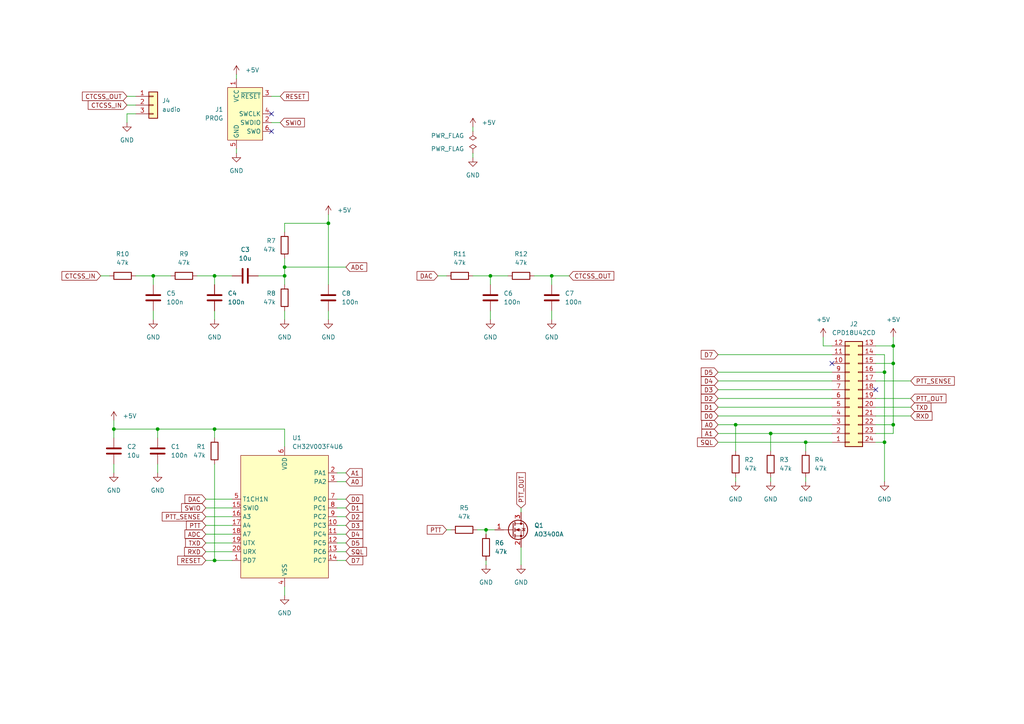
<source format=kicad_sch>
(kicad_sch (version 20230121) (generator eeschema)
  (paper "A4")
  (title_block (title "Bosch KF164 PLL EPROM Replacement") (date "2023-11-17") (rev "2") (company "CommSplice.com") (comment 1 "Robin Olejnik"))
  (lib_symbols
    (symbol "Connector:Conn_ARM_SWD_TagConnect_TC2030-NL" (in_bom no)
      (property "Reference" "J" (at 2.54 11.43 0))
      (property "Value" "Conn_ARM_SWD_TagConnect_TC2030-NL" (at 2.54 8.89 0))
      (symbol "Conn_ARM_SWD_TagConnect_TC2030-NL_0_0"
        (pin power_in line (at -2.54 10.16 270) (length 2.54) (name "VCC") (number "1"))
        (pin bidirectional line (at 7.62 -2.54 180) (length 2.54) (name "SWDIO") (number "2"))
        (pin open_collector line (at 7.62 5.08 180) (length 2.54) (name "~{RESET}") (number "3"))
        (pin output line (at 7.62 0 180) (length 2.54) (name "SWCLK") (number "4"))
        (pin power_in line (at -2.54 -10.16 90) (length 2.54) (name "GND") (number "5"))
        (pin input line (at 7.62 -5.08 180) (length 2.54) (name "SWO") (number "6"))
      )
      (symbol "Conn_ARM_SWD_TagConnect_TC2030-NL_0_1"
        (rectangle (start -5.08 7.62) (end 5.08 -7.62) (fill (type background)))
      )
    )
    (symbol "Connector_Generic:Conn_01x03" (pin_names (offset 1.016) hide)
      (property "Reference" "J" (at 0 5.08 0))
      (property "Value" "Conn_01x03" (at 0 -5.08 0))
      (symbol "Conn_01x03_1_1"
        (rectangle (start -1.27 -2.413) (end 0 -2.667) (stroke (width 0.1524)))
        (rectangle (start -1.27 0.127) (end 0 -0.127) (stroke (width 0.1524)))
        (rectangle (start -1.27 2.667) (end 0 2.413) (stroke (width 0.1524)))
        (rectangle (start -1.27 3.81) (end 1.27 -3.81) (stroke (width 0.254)) (fill (type background)))
        (pin passive line (at -5.08 2.54 0) (length 3.81) (name "Pin_1") (number "1"))
        (pin passive line (at -5.08 0 0) (length 3.81) (name "Pin_2") (number "2"))
        (pin passive line (at -5.08 -2.54 0) (length 3.81) (name "Pin_3") (number "3"))
      )
    )
    (symbol "Connector_Generic:Conn_02x12_Counter_Clockwise" (pin_names (offset 1.016) hide)
      (property "Reference" "J" (at 1.27 15.24 0))
      (property "Value" "Conn_02x12_Counter_Clockwise" (at 1.27 -17.78 0))
      (symbol "Conn_02x12_Counter_Clockwise_1_1"
        (rectangle (start -1.27 -15.113) (end 0 -15.367) (stroke (width 0.1524)))
        (rectangle (start -1.27 -12.573) (end 0 -12.827) (stroke (width 0.1524)))
        (rectangle (start -1.27 -10.033) (end 0 -10.287) (stroke (width 0.1524)))
        (rectangle (start -1.27 -7.493) (end 0 -7.747) (stroke (width 0.1524)))
        (rectangle (start -1.27 -4.953) (end 0 -5.207) (stroke (width 0.1524)))
        (rectangle (start -1.27 -2.413) (end 0 -2.667) (stroke (width 0.1524)))
        (rectangle (start -1.27 0.127) (end 0 -0.127) (stroke (width 0.1524)))
        (rectangle (start -1.27 2.667) (end 0 2.413) (stroke (width 0.1524)))
        (rectangle (start -1.27 5.207) (end 0 4.953) (stroke (width 0.1524)))
        (rectangle (start -1.27 7.747) (end 0 7.493) (stroke (width 0.1524)))
        (rectangle (start -1.27 10.287) (end 0 10.033) (stroke (width 0.1524)))
        (rectangle (start -1.27 12.827) (end 0 12.573) (stroke (width 0.1524)))
        (rectangle (start -1.27 13.97) (end 3.81 -16.51) (stroke (width 0.254)) (fill (type background)))
        (rectangle (start 3.81 -15.113) (end 2.54 -15.367) (stroke (width 0.1524)))
        (rectangle (start 3.81 -12.573) (end 2.54 -12.827) (stroke (width 0.1524)))
        (rectangle (start 3.81 -10.033) (end 2.54 -10.287) (stroke (width 0.1524)))
        (rectangle (start 3.81 -7.493) (end 2.54 -7.747) (stroke (width 0.1524)))
        (rectangle (start 3.81 -4.953) (end 2.54 -5.207) (stroke (width 0.1524)))
        (rectangle (start 3.81 -2.413) (end 2.54 -2.667) (stroke (width 0.1524)))
        (rectangle (start 3.81 0.127) (end 2.54 -0.127) (stroke (width 0.1524)))
        (rectangle (start 3.81 2.667) (end 2.54 2.413) (stroke (width 0.1524)))
        (rectangle (start 3.81 5.207) (end 2.54 4.953) (stroke (width 0.1524)))
        (rectangle (start 3.81 7.747) (end 2.54 7.493) (stroke (width 0.1524)))
        (rectangle (start 3.81 10.287) (end 2.54 10.033) (stroke (width 0.1524)))
        (rectangle (start 3.81 12.827) (end 2.54 12.573) (stroke (width 0.1524)))
        (pin passive line (at -5.08 12.7 0) (length 3.81) (name "Pin_1") (number "1"))
        (pin passive line (at -5.08 -10.16 0) (length 3.81) (name "Pin_10") (number "10"))
        (pin passive line (at -5.08 -12.7 0) (length 3.81) (name "Pin_11") (number "11"))
        (pin passive line (at -5.08 -15.24 0) (length 3.81) (name "Pin_12") (number "12"))
        (pin passive line (at 7.62 -15.24 180) (length 3.81) (name "Pin_13") (number "13"))
        (pin passive line (at 7.62 -12.7 180) (length 3.81) (name "Pin_14") (number "14"))
        (pin passive line (at 7.62 -10.16 180) (length 3.81) (name "Pin_15") (number "15"))
        (pin passive line (at 7.62 -7.62 180) (length 3.81) (name "Pin_16") (number "16"))
        (pin passive line (at 7.62 -5.08 180) (length 3.81) (name "Pin_17") (number "17"))
        (pin passive line (at 7.62 -2.54 180) (length 3.81) (name "Pin_18") (number "18"))
        (pin passive line (at 7.62 0 180) (length 3.81) (name "Pin_19") (number "19"))
        (pin passive line (at -5.08 10.16 0) (length 3.81) (name "Pin_2") (number "2"))
        (pin passive line (at 7.62 2.54 180) (length 3.81) (name "Pin_20") (number "20"))
        (pin passive line (at 7.62 5.08 180) (length 3.81) (name "Pin_21") (number "21"))
        (pin passive line (at 7.62 7.62 180) (length 3.81) (name "Pin_22") (number "22"))
        (pin passive line (at 7.62 10.16 180) (length 3.81) (name "Pin_23") (number "23"))
        (pin passive line (at 7.62 12.7 180) (length 3.81) (name "Pin_24") (number "24"))
        (pin passive line (at -5.08 7.62 0) (length 3.81) (name "Pin_3") (number "3"))
        (pin passive line (at -5.08 5.08 0) (length 3.81) (name "Pin_4") (number "4"))
        (pin passive line (at -5.08 2.54 0) (length 3.81) (name "Pin_5") (number "5"))
        (pin passive line (at -5.08 0 0) (length 3.81) (name "Pin_6") (number "6"))
        (pin passive line (at -5.08 -2.54 0) (length 3.81) (name "Pin_7") (number "7"))
        (pin passive line (at -5.08 -5.08 0) (length 3.81) (name "Pin_8") (number "8"))
        (pin passive line (at -5.08 -7.62 0) (length 3.81) (name "Pin_9") (number "9"))
      )
    )
    (symbol "Device:C" (pin_numbers hide) (pin_names (offset 0.254))
      (property "Reference" "C" (at 0.635 2.54 0))
      (property "Value" "C" (at 0.635 -2.54 0))
      (symbol "C_0_1"
        (polyline (pts (xy -2.032 -0.762) (xy 2.032 -0.762)) (stroke (width 0.508)))
        (polyline (pts (xy -2.032 0.762) (xy 2.032 0.762)) (stroke (width 0.508)))
      )
      (symbol "C_1_1"
        (pin passive line (at 0 3.81 270) (length 2.794) (name "~") (number "1"))
        (pin passive line (at 0 -3.81 90) (length 2.794) (name "~") (number "2"))
      )
    )
    (symbol "Device:R" (pin_numbers hide) (pin_names (offset 0))
      (property "Reference" "R" (at 2.032 0 90))
      (property "Value" "R" (at 0 0 90))
      (symbol "R_0_1"
        (rectangle (start -1.016 -2.54) (end 1.016 2.54) (stroke (width 0.254)))
      )
      (symbol "R_1_1"
        (pin passive line (at 0 3.81 270) (length 1.27) (name "~") (number "1"))
        (pin passive line (at 0 -3.81 90) (length 1.27) (name "~") (number "2"))
      )
    )
    (symbol "Transistor_FET:AO3400A" (pin_names hide)
      (property "Reference" "Q" (at 5.08 1.905 0))
      (property "Value" "AO3400A" (at 5.08 0 0))
      (symbol "AO3400A_0_1"
        (polyline (pts (xy 0.254 0) (xy -2.54 0)))
        (polyline (pts (xy 0.254 1.905) (xy 0.254 -1.905)) (stroke (width 0.254)))
        (polyline (pts (xy 0.762 -1.27) (xy 0.762 -2.286)) (stroke (width 0.254)))
        (polyline (pts (xy 0.762 0.508) (xy 0.762 -0.508)) (stroke (width 0.254)))
        (polyline (pts (xy 0.762 2.286) (xy 0.762 1.27)) (stroke (width 0.254)))
        (polyline (pts (xy 2.54 2.54) (xy 2.54 1.778)))
        (polyline (pts (xy 2.54 -2.54) (xy 2.54 0) (xy 0.762 0)))
        (polyline (pts (xy 0.762 -1.778) (xy 3.302 -1.778) (xy 3.302 1.778) (xy 0.762 1.778)))
        (polyline (pts (xy 1.016 0) (xy 2.032 0.381) (xy 2.032 -0.381) (xy 1.016 0)) (fill (type outline)))
        (polyline (pts (xy 2.794 0.508) (xy 2.921 0.381) (xy 3.683 0.381) (xy 3.81 0.254)))
        (polyline (pts (xy 3.302 0.381) (xy 2.921 -0.254) (xy 3.683 -0.254) (xy 3.302 0.381)))
        (circle (center 1.651 0) (radius 2.794) (stroke (width 0.254)))
        (circle (center 2.54 -1.778) (radius 0.254) (fill (type outline)))
        (circle (center 2.54 1.778) (radius 0.254) (fill (type outline)))
      )
      (symbol "AO3400A_1_1"
        (pin input line (at -5.08 0 0) (length 2.54) (name "G") (number "1"))
        (pin passive line (at 2.54 -5.08 90) (length 2.54) (name "S") (number "2"))
        (pin passive line (at 2.54 5.08 270) (length 2.54) (name "D") (number "3"))
      )
    )
    (symbol "power:+5V" (power) (pin_names (offset 0))
      (property "Value" "+5V" (at 0 3.556 0))
      (symbol "+5V_0_1"
        (polyline (pts (xy -0.762 1.27) (xy 0 2.54)))
        (polyline (pts (xy 0 0) (xy 0 2.54)))
        (polyline (pts (xy 0 2.54) (xy 0.762 1.27)))
      )
      (symbol "+5V_1_1"
        (pin power_in line (at 0 0 90) (length 0) hide (name "+5V") (number "1"))
      )
    )
    (symbol "power:GND" (power) (pin_names (offset 0))
      (property "Value" "GND" (at 0 -3.81 0))
      (symbol "GND_0_1"
        (polyline (pts (xy 0 0) (xy 0 -1.27) (xy 1.27 -1.27) (xy 0 -2.54) (xy -1.27 -1.27) (xy 0 -1.27)))
      )
      (symbol "GND_1_1"
        (pin power_in line (at 0 0 270) (length 0) hide (name "GND") (number "1"))
      )
    )
    (symbol "power:PWR_FLAG" (power) (pin_numbers hide) (pin_names (offset 0) hide)
      (property "Value" "PWR_FLAG" (at 0 3.81 0))
      (symbol "PWR_FLAG_0_0"
        (pin power_out line (at 0 0 90) (length 0) (name "pwr") (number "1"))
      )
      (symbol "PWR_FLAG_0_1"
        (polyline (pts (xy 0 0) (xy 0 1.27) (xy -1.016 1.905) (xy 0 2.54) (xy 1.016 1.905) (xy 0 1.27)))
      )
    )
    (symbol "wch-mcu:CH32V003F4U6"
      (property "Reference" "U" (at -12.7 19.05 0))
      (property "Value" "CH32V003F4U6" (at 1.27 19.05 0))
      (symbol "CH32V003F4U6_0_1"
        (rectangle (start -12.7 17.78) (end 12.7 -17.78) (stroke (width 0.1524)) (fill (type background)))
      )
      (symbol "CH32V003F4U6_1_0"
        (pin bidirectional line (at 15.24 -10.16 180) (length 2.54) (name "PC6") (number "13"))
        (pin bidirectional line (at 15.24 -12.7 180) (length 2.54) (name "PC7") (number "14"))
        (pin bidirectional line (at -15.24 2.54 0) (length 2.54) (name "PD1") (number "15") (alternate "SWIO" bidirectional line))
        (pin bidirectional line (at -15.24 0 0) (length 2.54) (name "PD2") (number "16") (alternate "A3" input line))
        (pin bidirectional line (at -15.24 -2.54 0) (length 2.54) (name "PD3") (number "17") (alternate "A4" input line))
      )
      (symbol "CH32V003F4U6_1_1"
        (pin bidirectional line (at -15.24 -12.7 0) (length 2.54) (name "PD7") (number "1"))
        (pin bidirectional line (at 15.24 -2.54 180) (length 2.54) (name "PC3") (number "10"))
        (pin bidirectional line (at 15.24 -5.08 180) (length 2.54) (name "PC4") (number "11"))
        (pin bidirectional line (at 15.24 -7.62 180) (length 2.54) (name "PC5") (number "12"))
        (pin bidirectional line (at -15.24 -5.08 0) (length 2.54) (name "PD4") (number "18") (alternate "A7" input line))
        (pin bidirectional line (at -15.24 -7.62 0) (length 2.54) (name "PD5") (number "19") (alternate "UTX" output line))
        (pin bidirectional line (at 15.24 12.7 180) (length 2.54) (name "PA1") (number "2"))
        (pin bidirectional line (at -15.24 -10.16 0) (length 2.54) (name "PD6") (number "20") (alternate "URX" input line))
        (pin passive line (at 0 -20.32 90) (length 2.54) hide (name "VSS") (number "21"))
        (pin bidirectional line (at 15.24 10.16 180) (length 2.54) (name "PA2") (number "3"))
        (pin power_in line (at 0 -20.32 90) (length 2.54) (name "VSS") (number "4"))
        (pin bidirectional line (at -15.24 5.08 0) (length 2.54) (name "PD0") (number "5") (alternate "T1CH1N" bidirectional line))
        (pin power_in line (at 0 20.32 270) (length 2.54) (name "VDD") (number "6"))
        (pin bidirectional line (at 15.24 5.08 180) (length 2.54) (name "PC0") (number "7"))
        (pin bidirectional line (at 15.24 2.54 180) (length 2.54) (name "PC1") (number "8"))
        (pin bidirectional line (at 15.24 0 180) (length 2.54) (name "PC2") (number "9"))
      )
    )
  )
  (junction (at 62.23 124.46))
  (junction (at 62.23 162.56))
  (junction (at 259.08 100.33))
  (junction (at 45.72 124.46))
  (junction (at 62.23 80.01))
  (junction (at 213.36 123.19))
  (junction (at 256.54 107.95))
  (junction (at 259.08 105.41))
  (junction (at 223.52 125.73))
  (junction (at 140.97 153.67))
  (junction (at 95.25 64.77))
  (junction (at 259.08 123.19))
  (junction (at 33.02 124.46))
  (junction (at 142.24 80.01))
  (junction (at 44.45 80.01))
  (junction (at 160.02 80.01))
  (junction (at 82.55 77.47))
  (junction (at 256.54 128.27))
  (junction (at 82.55 80.01))
  (junction (at 233.68 128.27))
  (no_connect (at 254 113.03))
  (no_connect (at 241.3 105.41))
  (no_connect (at 78.74 38.1))
  (no_connect (at 78.74 33.02))
  (wire (pts (xy 45.72 134.62) (xy 45.72 137.16)))
  (wire (pts (xy 140.97 153.67) (xy 143.51 153.67)))
  (wire (pts (xy 208.28 113.03) (xy 241.3 113.03)))
  (wire (pts (xy 238.76 97.79) (xy 238.76 100.33)))
  (wire (pts (xy 137.16 45.72) (xy 137.16 44.45)))
  (wire (pts (xy 223.52 139.7) (xy 223.52 138.43)))
  (wire (pts (xy 82.55 80.01) (xy 82.55 82.55)))
  (wire (pts (xy 95.25 92.71) (xy 95.25 90.17)))
  (wire (pts (xy 129.54 153.67) (xy 130.81 153.67)))
  (wire (pts (xy 254 118.11) (xy 264.16 118.11)))
  (wire (pts (xy 137.16 80.01) (xy 142.24 80.01)))
  (wire (pts (xy 59.69 157.48) (xy 67.31 157.48)))
  (wire (pts (xy 59.69 160.02) (xy 67.31 160.02)))
  (wire (pts (xy 82.55 77.47) (xy 82.55 80.01)))
  (wire (pts (xy 78.74 35.56) (xy 81.28 35.56)))
  (wire (pts (xy 36.83 30.48) (xy 39.37 30.48)))
  (wire (pts (xy 213.36 123.19) (xy 213.36 130.81)))
  (wire (pts (xy 29.21 80.01) (xy 31.75 80.01)))
  (wire (pts (xy 223.52 125.73) (xy 241.3 125.73)))
  (wire (pts (xy 140.97 162.56) (xy 140.97 163.83)))
  (wire (pts (xy 100.33 137.16) (xy 97.79 137.16)))
  (wire (pts (xy 36.83 27.94) (xy 39.37 27.94)))
  (wire (pts (xy 62.23 90.17) (xy 62.23 92.71)))
  (wire (pts (xy 256.54 128.27) (xy 256.54 139.7)))
  (wire (pts (xy 49.53 80.01) (xy 44.45 80.01)))
  (wire (pts (xy 259.08 123.19) (xy 259.08 125.73)))
  (wire (pts (xy 238.76 100.33) (xy 241.3 100.33)))
  (wire (pts (xy 208.28 115.57) (xy 241.3 115.57)))
  (wire (pts (xy 208.28 102.87) (xy 241.3 102.87)))
  (wire (pts (xy 59.69 147.32) (xy 67.31 147.32)))
  (wire (pts (xy 154.94 80.01) (xy 160.02 80.01)))
  (wire (pts (xy 100.33 147.32) (xy 97.79 147.32)))
  (wire (pts (xy 82.55 67.31) (xy 82.55 64.77)))
  (wire (pts (xy 97.79 160.02) (xy 100.33 160.02)))
  (wire (pts (xy 213.36 123.19) (xy 241.3 123.19)))
  (wire (pts (xy 74.93 80.01) (xy 82.55 80.01)))
  (wire (pts (xy 160.02 80.01) (xy 165.1 80.01)))
  (wire (pts (xy 57.15 80.01) (xy 62.23 80.01)))
  (wire (pts (xy 254 110.49) (xy 264.16 110.49)))
  (wire (pts (xy 233.68 128.27) (xy 241.3 128.27)))
  (wire (pts (xy 256.54 102.87) (xy 256.54 107.95)))
  (wire (pts (xy 254 115.57) (xy 264.16 115.57)))
  (wire (pts (xy 62.23 80.01) (xy 62.23 82.55)))
  (wire (pts (xy 100.33 139.7) (xy 97.79 139.7)))
  (wire (pts (xy 151.13 147.32) (xy 151.13 148.59)))
  (wire (pts (xy 254 100.33) (xy 259.08 100.33)))
  (wire (pts (xy 213.36 139.7) (xy 213.36 138.43)))
  (wire (pts (xy 254 105.41) (xy 259.08 105.41)))
  (wire (pts (xy 82.55 74.93) (xy 82.55 77.47)))
  (wire (pts (xy 223.52 125.73) (xy 223.52 130.81)))
  (wire (pts (xy 82.55 129.54) (xy 82.55 124.46)))
  (wire (pts (xy 82.55 172.72) (xy 82.55 170.18)))
  (wire (pts (xy 208.28 118.11) (xy 241.3 118.11)))
  (wire (pts (xy 62.23 80.01) (xy 67.31 80.01)))
  (wire (pts (xy 39.37 33.02) (xy 36.83 33.02)))
  (wire (pts (xy 233.68 139.7) (xy 233.68 138.43)))
  (wire (pts (xy 254 125.73) (xy 259.08 125.73)))
  (wire (pts (xy 62.23 124.46) (xy 82.55 124.46)))
  (wire (pts (xy 62.23 162.56) (xy 67.31 162.56)))
  (wire (pts (xy 259.08 100.33) (xy 259.08 105.41)))
  (wire (pts (xy 82.55 64.77) (xy 95.25 64.77)))
  (wire (pts (xy 33.02 124.46) (xy 45.72 124.46)))
  (wire (pts (xy 160.02 90.17) (xy 160.02 92.71)))
  (wire (pts (xy 36.83 33.02) (xy 36.83 35.56)))
  (wire (pts (xy 233.68 128.27) (xy 233.68 130.81)))
  (wire (pts (xy 33.02 121.92) (xy 33.02 124.46)))
  (wire (pts (xy 33.02 134.62) (xy 33.02 137.16)))
  (wire (pts (xy 62.23 124.46) (xy 62.23 127)))
  (wire (pts (xy 78.74 27.94) (xy 81.28 27.94)))
  (wire (pts (xy 59.69 144.78) (xy 67.31 144.78)))
  (wire (pts (xy 142.24 90.17) (xy 142.24 92.71)))
  (wire (pts (xy 147.32 80.01) (xy 142.24 80.01)))
  (wire (pts (xy 100.33 162.56) (xy 97.79 162.56)))
  (wire (pts (xy 33.02 127) (xy 33.02 124.46)))
  (wire (pts (xy 259.08 97.79) (xy 259.08 100.33)))
  (wire (pts (xy 254 107.95) (xy 256.54 107.95)))
  (wire (pts (xy 100.33 157.48) (xy 97.79 157.48)))
  (wire (pts (xy 140.97 153.67) (xy 140.97 154.94)))
  (wire (pts (xy 100.33 144.78) (xy 97.79 144.78)))
  (wire (pts (xy 45.72 124.46) (xy 62.23 124.46)))
  (wire (pts (xy 44.45 90.17) (xy 44.45 92.71)))
  (wire (pts (xy 100.33 149.86) (xy 97.79 149.86)))
  (wire (pts (xy 254 120.65) (xy 264.16 120.65)))
  (wire (pts (xy 59.69 162.56) (xy 62.23 162.56)))
  (wire (pts (xy 256.54 128.27) (xy 254 128.27)))
  (wire (pts (xy 151.13 158.75) (xy 151.13 163.83)))
  (wire (pts (xy 208.28 125.73) (xy 223.52 125.73)))
  (wire (pts (xy 68.58 21.59) (xy 68.58 22.86)))
  (wire (pts (xy 127 80.01) (xy 129.54 80.01)))
  (wire (pts (xy 137.16 36.83) (xy 137.16 38.1)))
  (wire (pts (xy 254 123.19) (xy 259.08 123.19)))
  (wire (pts (xy 59.69 154.94) (xy 67.31 154.94)))
  (wire (pts (xy 100.33 152.4) (xy 97.79 152.4)))
  (wire (pts (xy 68.58 43.18) (xy 68.58 44.45)))
  (wire (pts (xy 208.28 110.49) (xy 241.3 110.49)))
  (wire (pts (xy 142.24 80.01) (xy 142.24 82.55)))
  (wire (pts (xy 208.28 120.65) (xy 241.3 120.65)))
  (wire (pts (xy 256.54 107.95) (xy 256.54 128.27)))
  (wire (pts (xy 59.69 149.86) (xy 67.31 149.86)))
  (wire (pts (xy 82.55 77.47) (xy 100.33 77.47)))
  (wire (pts (xy 44.45 80.01) (xy 44.45 82.55)))
  (wire (pts (xy 82.55 92.71) (xy 82.55 90.17)))
  (wire (pts (xy 259.08 105.41) (xy 259.08 123.19)))
  (wire (pts (xy 138.43 153.67) (xy 140.97 153.67)))
  (wire (pts (xy 100.33 154.94) (xy 97.79 154.94)))
  (wire (pts (xy 45.72 127) (xy 45.72 124.46)))
  (wire (pts (xy 208.28 107.95) (xy 241.3 107.95)))
  (wire (pts (xy 59.69 152.4) (xy 67.31 152.4)))
  (wire (pts (xy 39.37 80.01) (xy 44.45 80.01)))
  (wire (pts (xy 62.23 134.62) (xy 62.23 162.56)))
  (wire (pts (xy 95.25 64.77) (xy 95.25 82.55)))
  (wire (pts (xy 160.02 80.01) (xy 160.02 82.55)))
  (wire (pts (xy 208.28 128.27) (xy 233.68 128.27)))
  (wire (pts (xy 95.25 62.23) (xy 95.25 64.77)))
  (wire (pts (xy 213.36 123.19) (xy 208.28 123.19)))
  (wire (pts (xy 254 102.87) (xy 256.54 102.87)))
  (global_label "PTT" (shape input) (at 129.54 153.67 180) (property "Intersheetrefs" "${INTERSHEET_REFS}" (effects hide)))
  (global_label "PTT_OUT" (shape input) (at 151.13 147.32 90) (property "Intersheetrefs" "${INTERSHEET_REFS}" (effects hide)))
  (global_label "SQL" (shape input) (at 100.33 160.02 0) (property "Intersheetrefs" "${INTERSHEET_REFS}" (effects hide)))
  (global_label "D0" (shape input) (at 208.28 120.65 180) (property "Intersheetrefs" "${INTERSHEET_REFS}" (effects hide)))
  (global_label "RXD" (shape input) (at 59.69 160.02 180) (property "Intersheetrefs" "${INTERSHEET_REFS}" (effects hide)))
  (global_label "A0" (shape input) (at 100.33 139.7 0) (property "Intersheetrefs" "${INTERSHEET_REFS}" (effects hide)))
  (global_label "D1" (shape input) (at 208.28 118.11 180) (property "Intersheetrefs" "${INTERSHEET_REFS}" (effects hide)))
  (global_label "SWIO" (shape input) (at 59.69 147.32 180) (property "Intersheetrefs" "${INTERSHEET_REFS}" (effects hide)))
  (global_label "TXD" (shape input) (at 264.16 118.11 0) (property "Intersheetrefs" "${INTERSHEET_REFS}" (effects hide)))
  (global_label "A1" (shape input) (at 100.33 137.16 0) (property "Intersheetrefs" "${INTERSHEET_REFS}" (effects hide)))
  (global_label "D2" (shape input) (at 100.33 149.86 0) (property "Intersheetrefs" "${INTERSHEET_REFS}" (effects hide)))
  (global_label "D1" (shape input) (at 100.33 147.32 0) (property "Intersheetrefs" "${INTERSHEET_REFS}" (effects hide)))
  (global_label "D7" (shape input) (at 208.28 102.87 180) (property "Intersheetrefs" "${INTERSHEET_REFS}" (effects hide)))
  (global_label "CTCSS_IN" (shape input) (at 29.21 80.01 180) (property "Intersheetrefs" "${INTERSHEET_REFS}" (effects hide)))
  (global_label "D4" (shape input) (at 208.28 110.49 180) (property "Intersheetrefs" "${INTERSHEET_REFS}" (effects hide)))
  (global_label "D3" (shape input) (at 208.28 113.03 180) (property "Intersheetrefs" "${INTERSHEET_REFS}" (effects hide)))
  (global_label "PTT_OUT" (shape input) (at 264.16 115.57 0) (property "Intersheetrefs" "${INTERSHEET_REFS}" (effects hide)))
  (global_label "D4" (shape input) (at 100.33 154.94 0) (property "Intersheetrefs" "${INTERSHEET_REFS}" (effects hide)))
  (global_label "SWIO" (shape input) (at 81.28 35.56 0) (property "Intersheetrefs" "${INTERSHEET_REFS}" (effects hide)))
  (global_label "D3" (shape input) (at 100.33 152.4 0) (property "Intersheetrefs" "${INTERSHEET_REFS}" (effects hide)))
  (global_label "CTCSS_IN" (shape input) (at 36.83 30.48 180) (property "Intersheetrefs" "${INTERSHEET_REFS}" (effects hide)))
  (global_label "D2" (shape input) (at 208.28 115.57 180) (property "Intersheetrefs" "${INTERSHEET_REFS}" (effects hide)))
  (global_label "D7" (shape input) (at 100.33 162.56 0) (property "Intersheetrefs" "${INTERSHEET_REFS}" (effects hide)))
  (global_label "PTT" (shape input) (at 59.69 152.4 180) (property "Intersheetrefs" "${INTERSHEET_REFS}" (effects hide)))
  (global_label "D5" (shape input) (at 208.28 107.95 180) (property "Intersheetrefs" "${INTERSHEET_REFS}" (effects hide)))
  (global_label "PTT_SENSE" (shape input) (at 59.69 149.86 180) (property "Intersheetrefs" "${INTERSHEET_REFS}" (effects hide)))
  (global_label "SQL" (shape input) (at 208.28 128.27 180) (property "Intersheetrefs" "${INTERSHEET_REFS}" (effects hide)))
  (global_label "ADC" (shape input) (at 100.33 77.47 0) (property "Intersheetrefs" "${INTERSHEET_REFS}" (effects hide)))
  (global_label "RXD" (shape input) (at 264.16 120.65 0) (property "Intersheetrefs" "${INTERSHEET_REFS}" (effects hide)))
  (global_label "RESET" (shape input) (at 81.28 27.94 0) (property "Intersheetrefs" "${INTERSHEET_REFS}" (effects hide)))
  (global_label "RESET" (shape input) (at 59.69 162.56 180) (property "Intersheetrefs" "${INTERSHEET_REFS}" (effects hide)))
  (global_label "DAC" (shape input) (at 59.69 144.78 180) (property "Intersheetrefs" "${INTERSHEET_REFS}" (effects hide)))
  (global_label "D0" (shape input) (at 100.33 144.78 0) (property "Intersheetrefs" "${INTERSHEET_REFS}" (effects hide)))
  (global_label "A1" (shape input) (at 208.28 125.73 180) (property "Intersheetrefs" "${INTERSHEET_REFS}" (effects hide)))
  (global_label "TXD" (shape input) (at 59.69 157.48 180) (property "Intersheetrefs" "${INTERSHEET_REFS}" (effects hide)))
  (global_label "DAC" (shape input) (at 127 80.01 180) (property "Intersheetrefs" "${INTERSHEET_REFS}" (effects hide)))
  (global_label "ADC" (shape input) (at 59.69 154.94 180) (property "Intersheetrefs" "${INTERSHEET_REFS}" (effects hide)))
  (global_label "A0" (shape input) (at 208.28 123.19 180) (property "Intersheetrefs" "${INTERSHEET_REFS}" (effects hide)))
  (global_label "CTCSS_OUT" (shape input) (at 36.83 27.94 180) (property "Intersheetrefs" "${INTERSHEET_REFS}" (effects hide)))
  (global_label "CTCSS_OUT" (shape input) (at 165.1 80.01 0) (property "Intersheetrefs" "${INTERSHEET_REFS}" (effects hide)))
  (global_label "D5" (shape input) (at 100.33 157.48 0) (property "Intersheetrefs" "${INTERSHEET_REFS}" (effects hide)))
  (global_label "PTT_SENSE" (shape input) (at 264.16 110.49 0) (property "Intersheetrefs" "${INTERSHEET_REFS}" (effects hide)))
  (symbol (lib_id "power:GND") (at 82.55 92.71 0) (unit 1)
    (property "Reference" "#PWR019" (effects hide))
    (property "Value" "GND" (at 82.55 97.79 0))
  )
  (symbol (lib_id "Device:R") (at 140.97 158.75 0) (unit 1)
    (property "Reference" "R6" (at 143.51 157.48 0) (effects (justify left)))
    (property "Value" "47k" (at 143.51 160.02 0) (effects (justify left)))
    (property "Footprint" "Resistor_SMD:R_0603_1608Metric" (effects hide))
  )
  (symbol (lib_id "Connector:Conn_ARM_SWD_TagConnect_TC2030-NL") (at 71.12 33.02 0) (unit 1) (in_bom no)
    (property "Reference" "J1" (at 64.77 31.75 0) (effects (justify right)))
    (property "Value" "PROG" (at 64.77 34.29 0) (effects (justify right)))
    (property "Footprint" "Connector:Tag-Connect_TC2030-IDC-FP_2x03_P1.27mm_Vertical" (effects hide))
    (property "Datasheet" "https://www.tag-connect.com/wp-content/uploads/bsk-pdf-manager/TC2030-CTX_1.pdf" (effects hide))
  )
  (symbol (lib_id "power:GND") (at 33.02 137.16 0) (unit 1)
    (property "Reference" "#PWR04" (effects hide))
    (property "Value" "GND" (at 33.02 142.24 0))
  )
  (symbol (lib_id "power:+5V") (at 68.58 21.59 0) (unit 1)
    (property "Reference" "#PWR05" (effects hide))
    (property "Value" "+5V" (at 71.12 20.32 0) (effects (justify left)))
  )
  (symbol (lib_id "Device:C") (at 62.23 86.36 0) (unit 1)
    (property "Reference" "C4" (at 66.04 85.09 0) (effects (justify left)))
    (property "Value" "100n" (at 66.04 87.63 0) (effects (justify left)))
    (property "Footprint" "Capacitor_SMD:C_0603_1608Metric" (effects hide))
  )
  (symbol (lib_id "power:GND") (at 68.58 44.45 0) (unit 1)
    (property "Reference" "#PWR01" (effects hide))
    (property "Value" "GND" (at 68.58 49.53 0))
  )
  (symbol (lib_id "Device:R") (at 82.55 86.36 0) (unit 1)
    (property "Reference" "R8" (at 80.01 85.09 0) (effects (justify right)))
    (property "Value" "47k" (at 80.01 87.63 0) (effects (justify right)))
    (property "Footprint" "Resistor_SMD:R_0603_1608Metric" (effects hide))
  )
  (symbol (lib_id "power:GND") (at 233.68 139.7 0) (unit 1)
    (property "Reference" "#PWR010" (effects hide))
    (property "Value" "GND" (at 233.68 144.78 0))
  )
  (symbol (lib_id "power:GND") (at 213.36 139.7 0) (unit 1)
    (property "Reference" "#PWR08" (effects hide))
    (property "Value" "GND" (at 213.36 144.78 0))
  )
  (symbol (lib_id "Transistor_FET:AO3400A") (at 148.59 153.67 0) (unit 1)
    (property "Reference" "Q1" (at 154.94 152.3999 0) (effects (justify left)))
    (property "Value" "AO3400A" (at 154.94 154.9399 0) (effects (justify left)))
    (property "Footprint" "Package_TO_SOT_SMD:SOT-23" (effects hide))
    (property "Datasheet" "https://datasheet.lcsc.com/lcsc/1912111437_BORN-AO3400A_C344010.pdf" (effects hide))
    (property "LCSC#" "C344010" (effects hide))
    (property "MFR#" "AO3400A" (effects hide))
  )
  (symbol (lib_id "Device:R") (at 134.62 153.67 90) (unit 1)
    (property "Reference" "R5" (at 134.62 147.32 90))
    (property "Value" "47k" (at 134.62 149.86 90))
    (property "Footprint" "Resistor_SMD:R_0603_1608Metric" (effects hide))
  )
  (symbol (lib_id "Device:R") (at 35.56 80.01 90) (unit 1)
    (property "Reference" "R10" (at 35.56 73.66 90))
    (property "Value" "47k" (at 35.56 76.2 90))
    (property "Footprint" "Resistor_SMD:R_0603_1608Metric" (effects hide))
  )
  (symbol (lib_id "power:GND") (at 256.54 139.7 0) (unit 1)
    (property "Reference" "#PWR016" (effects hide))
    (property "Value" "GND" (at 256.54 144.78 0))
  )
  (symbol (lib_id "power:+5V") (at 33.02 121.92 0) (unit 1)
    (property "Reference" "#PWR03" (effects hide))
    (property "Value" "+5V" (at 35.56 120.65 0) (effects (justify left)))
  )
  (symbol (lib_id "wch-mcu:CH32V003F4U6") (at 82.55 149.86 0) (unit 1)
    (property "Reference" "U1" (at 84.7441 127 0) (effects (justify left)))
    (property "Value" "CH32V003F4U6" (at 84.7441 129.54 0) (effects (justify left)))
    (property "Footprint" "Package_DFN_QFN:WQFN-20-1EP_3x3mm_P0.4mm_EP1.7x1.7mm" (effects hide))
    (property "Datasheet" "https://datasheet.lcsc.com/lcsc/2302231730_WCH-Jiangsu-Qin-Heng-CH32V003F4U6_C5299908.pdf" (effects hide))
    (pin "15" (alternate "SWIO"))
    (pin "16" (alternate "A3"))
    (pin "17" (alternate "A4"))
    (pin "18" (alternate "A7"))
    (pin "19" (alternate "UTX"))
    (pin "20" (alternate "URX"))
    (pin "5" (alternate "T1CH1N"))
  )
  (symbol (lib_id "power:GND") (at 160.02 92.71 0) (unit 1)
    (property "Reference" "#PWR023" (effects hide))
    (property "Value" "GND" (at 160.02 97.79 0))
  )
  (symbol (lib_id "Device:R") (at 62.23 130.81 0) (unit 1)
    (property "Reference" "R1" (at 59.69 129.54 0) (effects (justify right)))
    (property "Value" "47k" (at 59.69 132.08 0) (effects (justify right)))
    (property "Footprint" "Resistor_SMD:R_0603_1608Metric" (effects hide))
  )
  (symbol (lib_id "Device:C") (at 44.45 86.36 0) (unit 1)
    (property "Reference" "C5" (at 48.26 85.09 0) (effects (justify left)))
    (property "Value" "100n" (at 48.26 87.63 0) (effects (justify left)))
    (property "Footprint" "Capacitor_SMD:C_0603_1608Metric" (effects hide))
  )
  (symbol (lib_id "power:GND") (at 151.13 163.83 0) (unit 1)
    (property "Reference" "#PWR012" (effects hide))
    (property "Value" "GND" (at 151.13 168.91 0))
  )
  (symbol (lib_id "power:GND") (at 223.52 139.7 0) (unit 1)
    (property "Reference" "#PWR09" (effects hide))
    (property "Value" "GND" (at 223.52 144.78 0))
  )
  (symbol (lib_id "power:GND") (at 140.97 163.83 0) (unit 1)
    (property "Reference" "#PWR011" (effects hide))
    (property "Value" "GND" (at 140.97 168.91 0))
  )
  (symbol (lib_id "power:GND") (at 45.72 137.16 0) (unit 1)
    (property "Reference" "#PWR02" (effects hide))
    (property "Value" "GND" (at 45.72 142.24 0))
  )
  (symbol (lib_id "Connector_Generic:Conn_01x03") (at 44.45 30.48 0) (unit 1)
    (property "Reference" "J4" (at 46.99 29.21 0) (effects (justify left)))
    (property "Value" "audio" (at 46.99 31.75 0) (effects (justify left)))
    (property "Footprint" "Connector_PinHeader_2.54mm:PinHeader_1x03_P2.54mm_Vertical" (effects hide))
  )
  (symbol (lib_id "Device:R") (at 53.34 80.01 90) (unit 1)
    (property "Reference" "R9" (at 53.34 73.66 90))
    (property "Value" "47k" (at 53.34 76.2 90))
    (property "Footprint" "Resistor_SMD:R_0603_1608Metric" (effects hide))
  )
  (symbol (lib_id "power:+5V") (at 95.25 62.23 0) (unit 1)
    (property "Reference" "#PWR018" (effects hide))
    (property "Value" "+5V" (at 97.79 60.96 0) (effects (justify left)))
  )
  (symbol (lib_id "power:+5V") (at 259.08 97.79 0) (unit 1)
    (property "Reference" "#PWR07" (effects hide))
    (property "Value" "+5V" (at 259.08 92.71 0))
  )
  (symbol (lib_id "Device:C") (at 33.02 130.81 0) (unit 1)
    (property "Reference" "C2" (at 36.83 129.54 0) (effects (justify left)))
    (property "Value" "10u" (at 36.83 132.08 0) (effects (justify left)))
    (property "Footprint" "Capacitor_SMD:C_0603_1608Metric" (effects hide))
  )
  (symbol (lib_id "power:GND") (at 44.45 92.71 0) (unit 1)
    (property "Reference" "#PWR021" (effects hide))
    (property "Value" "GND" (at 44.45 97.79 0))
  )
  (symbol (lib_id "Device:C") (at 71.12 80.01 90) (unit 1)
    (property "Reference" "C3" (at 71.12 72.39 90))
    (property "Value" "10u" (at 71.12 74.93 90))
    (property "Footprint" "Capacitor_SMD:C_0603_1608Metric" (effects hide))
  )
  (symbol (lib_id "power:GND") (at 142.24 92.71 0) (unit 1)
    (property "Reference" "#PWR022" (effects hide))
    (property "Value" "GND" (at 142.24 97.79 0))
  )
  (symbol (lib_id "power:GND") (at 62.23 92.71 0) (unit 1)
    (property "Reference" "#PWR020" (effects hide))
    (property "Value" "GND" (at 62.23 97.79 0))
  )
  (symbol (lib_id "Device:R") (at 223.52 134.62 0) (unit 1)
    (property "Reference" "R3" (at 226.06 133.35 0) (effects (justify left)))
    (property "Value" "47k" (at 226.06 135.89 0) (effects (justify left)))
    (property "Footprint" "Resistor_SMD:R_0603_1608Metric" (effects hide))
  )
  (symbol (lib_id "Device:R") (at 213.36 134.62 0) (unit 1)
    (property "Reference" "R2" (at 215.9 133.35 0) (effects (justify left)))
    (property "Value" "47k" (at 215.9 135.89 0) (effects (justify left)))
    (property "Footprint" "Resistor_SMD:R_0603_1608Metric" (effects hide))
  )
  (symbol (lib_id "Connector_Generic:Conn_02x12_Counter_Clockwise") (at 246.38 115.57 0) (mirror x) (unit 1)
    (property "Reference" "J2" (at 247.65 93.98 0))
    (property "Value" "CPD18U42CD" (at 247.65 96.52 0))
    (property "Footprint" "Package_DIP:DIP-24_W15.24mm_Socket" (effects hide))
  )
  (symbol (lib_id "power:GND") (at 82.55 172.72 0) (unit 1)
    (property "Reference" "#PWR013" (effects hide))
    (property "Value" "GND" (at 82.55 177.8 0))
  )
  (symbol (lib_id "power:+5V") (at 137.16 36.83 0) (unit 1)
    (property "Reference" "#PWR014" (effects hide))
    (property "Value" "+5V" (at 139.7 35.56 0) (effects (justify left)))
  )
  (symbol (lib_id "power:PWR_FLAG") (at 137.16 44.45 0) (unit 1)
    (property "Reference" "#FLG01" (effects hide))
    (property "Value" "PWR_FLAG" (at 134.62 43.18 0) (effects (justify right)))
  )
  (symbol (lib_id "power:PWR_FLAG") (at 137.16 38.1 180) (unit 1)
    (property "Reference" "#FLG02" (effects hide))
    (property "Value" "PWR_FLAG" (at 134.62 39.37 0) (effects (justify left)))
  )
  (symbol (lib_id "power:GND") (at 95.25 92.71 0) (unit 1)
    (property "Reference" "#PWR024" (effects hide))
    (property "Value" "GND" (at 95.25 97.79 0))
  )
  (symbol (lib_id "Device:R") (at 82.55 71.12 0) (unit 1)
    (property "Reference" "R7" (at 80.01 69.85 0) (effects (justify right)))
    (property "Value" "47k" (at 80.01 72.39 0) (effects (justify right)))
    (property "Footprint" "Resistor_SMD:R_0603_1608Metric" (effects hide))
  )
  (symbol (lib_id "Device:R") (at 151.13 80.01 90) (unit 1)
    (property "Reference" "R12" (at 151.13 73.66 90))
    (property "Value" "47k" (at 151.13 76.2 90))
    (property "Footprint" "Resistor_SMD:R_0603_1608Metric" (effects hide))
  )
  (symbol (lib_id "power:+5V") (at 238.76 97.79 0) (unit 1)
    (property "Reference" "#PWR06" (effects hide))
    (property "Value" "+5V" (at 238.76 92.71 0))
  )
  (symbol (lib_id "Device:R") (at 133.35 80.01 90) (unit 1)
    (property "Reference" "R11" (at 133.35 73.66 90))
    (property "Value" "47k" (at 133.35 76.2 90))
    (property "Footprint" "Resistor_SMD:R_0603_1608Metric" (effects hide))
  )
  (symbol (lib_id "Device:C") (at 95.25 86.36 0) (unit 1)
    (property "Reference" "C8" (at 99.06 85.09 0) (effects (justify left)))
    (property "Value" "100n" (at 99.06 87.63 0) (effects (justify left)))
    (property "Footprint" "Capacitor_SMD:C_0603_1608Metric" (effects hide))
  )
  (symbol (lib_id "power:GND") (at 36.83 35.56 0) (unit 1)
    (property "Reference" "#PWR017" (effects hide))
    (property "Value" "GND" (at 36.83 40.64 0))
  )
  (symbol (lib_id "Device:C") (at 160.02 86.36 0) (unit 1)
    (property "Reference" "C7" (at 163.83 85.09 0) (effects (justify left)))
    (property "Value" "100n" (at 163.83 87.63 0) (effects (justify left)))
    (property "Footprint" "Capacitor_SMD:C_0603_1608Metric" (effects hide))
  )
  (symbol (lib_id "power:GND") (at 137.16 45.72 0) (unit 1)
    (property "Reference" "#PWR015" (effects hide))
    (property "Value" "GND" (at 137.16 50.8 0))
  )
  (symbol (lib_id "Device:C") (at 142.24 86.36 0) (unit 1)
    (property "Reference" "C6" (at 146.05 85.09 0) (effects (justify left)))
    (property "Value" "100n" (at 146.05 87.63 0) (effects (justify left)))
    (property "Footprint" "Capacitor_SMD:C_0603_1608Metric" (effects hide))
  )
  (symbol (lib_id "Device:C") (at 45.72 130.81 0) (unit 1)
    (property "Reference" "C1" (at 49.53 129.54 0) (effects (justify left)))
    (property "Value" "100n" (at 49.53 132.08 0) (effects (justify left)))
    (property "Footprint" "Capacitor_SMD:C_0603_1608Metric" (effects hide))
  )
  (symbol (lib_id "Device:R") (at 233.68 134.62 0) (unit 1)
    (property "Reference" "R4" (at 236.22 133.35 0) (effects (justify left)))
    (property "Value" "47k" (at 236.22 135.89 0) (effects (justify left)))
    (property "Footprint" "Resistor_SMD:R_0603_1608Metric" (effects hide))
  )
)
</source>
